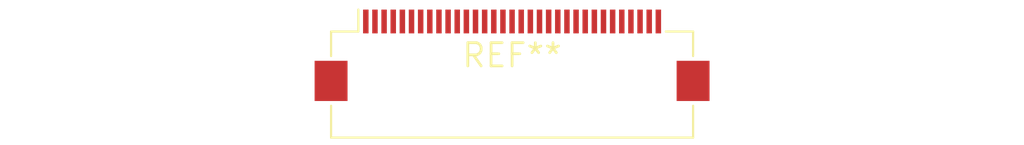
<source format=kicad_pcb>
(kicad_pcb (version 20240108) (generator pcbnew)
  (layers (0 "F.Cu" signal) (31 "B.Cu" signal) (34 "B.Paste" user) (35 "F.Paste" user) (36 "B.SilkS" user "B.Silkscreen") (37 "F.SilkS" user "F.Silkscreen") (38 "B.Mask" user) (39 "F.Mask" user) (44 "Edge.Cuts" user))
  (net 0 "")
  (footprint "Hirose_FH12-33S-0.5SH_1x33-1MP_P0.50mm_Horizontal" (layer "F.Cu") (at 0 0)
    (property "Reference" "REF**")
    (property "Value" "Hirose_FH12-33S-0.5SH_1x33-1MP_P0.50mm_Horizontal")
    (fp_line (start -9.9 -1.3) (end -9.9 0.04) (layer "F.SilkS") (stroke (width 0.12)))
    (fp_line (start -9.9 2.76) (end -9.9 4.5) (layer "F.SilkS") (stroke (width 0.12)))
    (fp_line (start -9.9 4.5) (end 9.9 4.5) (layer "F.SilkS") (stroke (width 0.12)))
    (fp_line (start -8.41 -1.3) (end -9.9 -1.3) (layer "F.SilkS") (stroke (width 0.12)))
    (fp_line (start -8.41 -1.3) (end -8.41 -2.5) (layer "F.SilkS") (stroke (width 0.12)))
    (fp_line (start 8.41 -1.3) (end 9.9 -1.3) (layer "F.SilkS") (stroke (width 0.12)))
    (fp_line (start 9.9 -1.3) (end 9.9 0.04) (layer "F.SilkS") (stroke (width 0.12)))
    (fp_line (start 9.9 4.5) (end 9.9 2.76) (layer "F.SilkS") (stroke (width 0.12)))
    (pad "1" smd rect (at -8 -1.85) (size 0.3 1.3) (layers "F.Cu" "F.Paste" "F.Mask"))
    (pad "2" smd rect (at -7.5 -1.85) (size 0.3 1.3) (layers "F.Cu" "F.Paste" "F.Mask"))
    (pad "3" smd rect (at -7 -1.85) (size 0.3 1.3) (layers "F.Cu" "F.Paste" "F.Mask"))
    (pad "4" smd rect (at -6.5 -1.85) (size 0.3 1.3) (layers "F.Cu" "F.Paste" "F.Mask"))
    (pad "5" smd rect (at -6 -1.85) (size 0.3 1.3) (layers "F.Cu" "F.Paste" "F.Mask"))
    (pad "6" smd rect (at -5.5 -1.85) (size 0.3 1.3) (layers "F.Cu" "F.Paste" "F.Mask"))
    (pad "7" smd rect (at -5 -1.85) (size 0.3 1.3) (layers "F.Cu" "F.Paste" "F.Mask"))
    (pad "8" smd rect (at -4.5 -1.85) (size 0.3 1.3) (layers "F.Cu" "F.Paste" "F.Mask"))
    (pad "9" smd rect (at -4 -1.85) (size 0.3 1.3) (layers "F.Cu" "F.Paste" "F.Mask"))
    (pad "10" smd rect (at -3.5 -1.85) (size 0.3 1.3) (layers "F.Cu" "F.Paste" "F.Mask"))
    (pad "11" smd rect (at -3 -1.85) (size 0.3 1.3) (layers "F.Cu" "F.Paste" "F.Mask"))
    (pad "12" smd rect (at -2.5 -1.85) (size 0.3 1.3) (layers "F.Cu" "F.Paste" "F.Mask"))
    (pad "13" smd rect (at -2 -1.85) (size 0.3 1.3) (layers "F.Cu" "F.Paste" "F.Mask"))
    (pad "14" smd rect (at -1.5 -1.85) (size 0.3 1.3) (layers "F.Cu" "F.Paste" "F.Mask"))
    (pad "15" smd rect (at -1 -1.85) (size 0.3 1.3) (layers "F.Cu" "F.Paste" "F.Mask"))
    (pad "16" smd rect (at -0.5 -1.85) (size 0.3 1.3) (layers "F.Cu" "F.Paste" "F.Mask"))
    (pad "17" smd rect (at 0 -1.85) (size 0.3 1.3) (layers "F.Cu" "F.Paste" "F.Mask"))
    (pad "18" smd rect (at 0.5 -1.85) (size 0.3 1.3) (layers "F.Cu" "F.Paste" "F.Mask"))
    (pad "19" smd rect (at 1 -1.85) (size 0.3 1.3) (layers "F.Cu" "F.Paste" "F.Mask"))
    (pad "20" smd rect (at 1.5 -1.85) (size 0.3 1.3) (layers "F.Cu" "F.Paste" "F.Mask"))
    (pad "21" smd rect (at 2 -1.85) (size 0.3 1.3) (layers "F.Cu" "F.Paste" "F.Mask"))
    (pad "22" smd rect (at 2.5 -1.85) (size 0.3 1.3) (layers "F.Cu" "F.Paste" "F.Mask"))
    (pad "23" smd rect (at 3 -1.85) (size 0.3 1.3) (layers "F.Cu" "F.Paste" "F.Mask"))
    (pad "24" smd rect (at 3.5 -1.85) (size 0.3 1.3) (layers "F.Cu" "F.Paste" "F.Mask"))
    (pad "25" smd rect (at 4 -1.85) (size 0.3 1.3) (layers "F.Cu" "F.Paste" "F.Mask"))
    (pad "26" smd rect (at 4.5 -1.85) (size 0.3 1.3) (layers "F.Cu" "F.Paste" "F.Mask"))
    (pad "27" smd rect (at 5 -1.85) (size 0.3 1.3) (layers "F.Cu" "F.Paste" "F.Mask"))
    (pad "28" smd rect (at 5.5 -1.85) (size 0.3 1.3) (layers "F.Cu" "F.Paste" "F.Mask"))
    (pad "29" smd rect (at 6 -1.85) (size 0.3 1.3) (layers "F.Cu" "F.Paste" "F.Mask"))
    (pad "30" smd rect (at 6.5 -1.85) (size 0.3 1.3) (layers "F.Cu" "F.Paste" "F.Mask"))
    (pad "31" smd rect (at 7 -1.85) (size 0.3 1.3) (layers "F.Cu" "F.Paste" "F.Mask"))
    (pad "32" smd rect (at 7.5 -1.85) (size 0.3 1.3) (layers "F.Cu" "F.Paste" "F.Mask"))
    (pad "33" smd rect (at 8 -1.85) (size 0.3 1.3) (layers "F.Cu" "F.Paste" "F.Mask"))
    (pad "MP" smd rect (at -9.9 1.4) (size 1.8 2.2) (layers "F.Cu" "F.Paste" "F.Mask"))
    (pad "MP" smd rect (at 9.9 1.4) (size 1.8 2.2) (layers "F.Cu" "F.Paste" "F.Mask"))
  )
)
</source>
